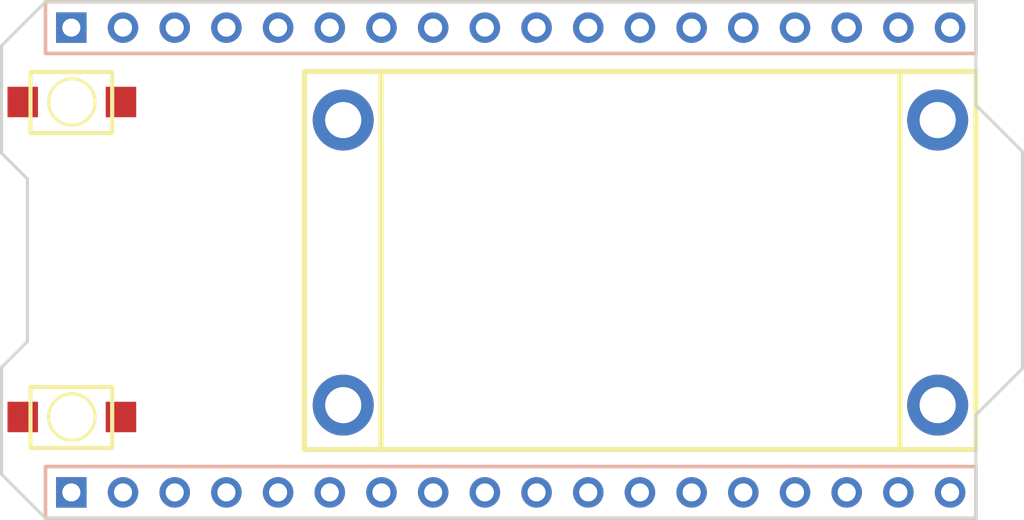
<source format=kicad_pcb>
(kicad_pcb (version 20221018) (generator pcbnew)
  (layers (0 "F.Cu" signal) (31 "B.Cu" signal) (34 "B.Paste" user) (35 "F.Paste" user) (36 "B.SilkS" user "B.Silkscreen") (37 "F.SilkS" user "F.Silkscreen") (38 "B.Mask" user) (39 "F.Mask" user) (44 "Edge.Cuts" user))
  (net 0 "")
  (net 1 "GND")
  (footprint "TACK_SWITCH_3x4x2_no_hole_1" (layer "F.Cu") (at 129.329 98.181)
    (fp_text reference "S2" hide)
    (fp_text value "BTN-0" hide)
    (fp_line (start -5.1816 -2.0066) (end -1.1684 -2.0066) (stroke (width 0.2032)) (layer "F.SilkS"))
    (fp_line (start -5.1816 0.9906) (end -5.1816 -2.0066) (stroke (width 0.2032)) (layer "F.SilkS"))
    (fp_line (start -5.1816 0.9906) (end -1.1684 0.9906) (stroke (width 0.2032)) (layer "F.SilkS"))
    (fp_line (start -1.1684 0.9906) (end -1.1684 -2.0066) (stroke (width 0.2032)) (layer "F.SilkS"))
    (fp_circle (center -3.1496 -0.5334) (end -2.0066 -0.5334) (stroke (width 0.1524)) (fill none) (layer "F.SilkS"))
    (pad "1" smd rect (at -5.5626 -0.5334) (size 1.4986 1.4986) (layers "F.Cu" "F.Paste" "F.Mask"))
    (pad "2" smd rect (at -0.7366 -0.5334) (size 1.4986 1.4986) (layers "F.Cu" "F.Paste" "F.Mask"))
  )
  (footprint "" (layer "F.Cu") (at 168.7244 98.5366)
    (fp_text reference "" (at 0 0) (layer "F.SilkS") (effects (font (size 1.27 1.27))))
    (fp_text value "" (at 0 0) (layer "F.SilkS") (effects (font (size 1.27 1.27))))
    (pad "" thru_hole circle (at 0 0) (size 2.9972 2.9972) (drill 1.778) (layers "*.Cu" "*.Mask") (net 1 "GND"))
  )
  (footprint "" (layer "F.Cu") (at 139.5144 112.5574)
    (fp_text reference "" (at 0 0) (layer "F.SilkS") (effects (font (size 1.27 1.27))))
    (fp_text value "" (at 0 0) (layer "F.SilkS") (effects (font (size 1.27 1.27))))
    (pad "" thru_hole circle (at 0 0) (size 2.9972 2.9972) (drill 1.778) (layers "*.Cu" "*.Mask") (net 1 "GND"))
  )
  (footprint "" (layer "F.Cu") (at 139.5144 98.5366)
    (fp_text reference "" (at 0 0) (layer "F.SilkS") (effects (font (size 1.27 1.27))))
    (fp_text value "" (at 0 0) (layer "F.SilkS") (effects (font (size 1.27 1.27))))
    (pad "" thru_hole circle (at 0 0) (size 2.9972 2.9972) (drill 1.778) (layers "*.Cu" "*.Mask") (net 1 "GND"))
  )
  (footprint "" (layer "F.Cu") (at 168.7244 112.5574)
    (fp_text reference "" (at 0 0) (layer "F.SilkS") (effects (font (size 1.27 1.27))))
    (fp_text value "" (at 0 0) (layer "F.SilkS") (effects (font (size 1.27 1.27))))
    (pad "" thru_hole circle (at 0 0) (size 2.9972 2.9972) (drill 1.778) (layers "*.Cu" "*.Mask") (net 1 "GND"))
  )
  (footprint "TACK_SWITCH_3x4x2_no_hole_1" (layer "F.Cu") (at 129.329 113.675)
    (fp_text reference "S1" hide)
    (fp_text value "RESET" hide)
    (fp_line (start -5.1816 -2.0066) (end -1.1684 -2.0066) (stroke (width 0.2032)) (layer "F.SilkS"))
    (fp_line (start -5.1816 0.9906) (end -5.1816 -2.0066) (stroke (width 0.2032)) (layer "F.SilkS"))
    (fp_line (start -5.1816 0.9906) (end -1.1684 0.9906) (stroke (width 0.2032)) (layer "F.SilkS"))
    (fp_line (start -1.1684 0.9906) (end -1.1684 -2.0066) (stroke (width 0.2032)) (layer "F.SilkS"))
    (fp_circle (center -3.1496 -0.5334) (end -2.0066 -0.5334) (stroke (width 0.1524)) (fill none) (layer "F.SilkS"))
    (pad "1" smd rect (at -5.5626 -0.5334) (size 1.4986 1.4986) (layers "F.Cu" "F.Paste" "F.Mask"))
    (pad "2" smd rect (at -0.7366 -0.5334) (size 1.4986 1.4986) (layers "F.Cu" "F.Paste" "F.Mask"))
  )
  (footprint "HDR1X18_1" (layer "B.Cu") (at 126.154 116.85 180)
    (fp_text reference "JP3" hide)
    (fp_text value "Header 18" hide)
    (fp_line (start -44.45 1.27) (end -44.45 -1.27) (stroke (width 0.1778)) (layer "B.SilkS"))
    (fp_line (start -0.635 -1.27) (end -44.45 -1.27) (stroke (width 0.1778)) (layer "B.SilkS"))
    (fp_line (start 1.27 -1.27) (end -0.635 -1.27) (stroke (width 0.1778)) (layer "B.SilkS"))
    (fp_line (start 1.27 1.27) (end -44.45 1.27) (stroke (width 0.1778)) (layer "B.SilkS"))
    (fp_line (start 1.27 1.27) (end 1.27 -1.27) (stroke (width 0.1778)) (layer "B.SilkS"))
    (pad "1" thru_hole rect (at 0 0 180) (size 1.4986 1.4986) (drill 0.889) (layers "*.Cu" "*.Mask"))
    (pad "2" thru_hole circle (at -2.54 0 180) (size 1.4986 1.4986) (drill 0.889) (layers "*.Cu" "*.Mask"))
    (pad "3" thru_hole circle (at -5.08 0 180) (size 1.4986 1.4986) (drill 0.889) (layers "*.Cu" "*.Mask"))
    (pad "4" thru_hole circle (at -7.62 0 180) (size 1.4986 1.4986) (drill 0.889) (layers "*.Cu" "*.Mask"))
    (pad "5" thru_hole circle (at -10.16 0 180) (size 1.4986 1.4986) (drill 0.889) (layers "*.Cu" "*.Mask"))
    (pad "6" thru_hole circle (at -12.7 0 180) (size 1.4986 1.4986) (drill 0.889) (layers "*.Cu" "*.Mask"))
    (pad "7" thru_hole circle (at -15.24 0 180) (size 1.4986 1.4986) (drill 0.889) (layers "*.Cu" "*.Mask"))
    (pad "8" thru_hole circle (at -17.78 0 180) (size 1.4986 1.4986) (drill 0.889) (layers "*.Cu" "*.Mask"))
    (pad "9" thru_hole circle (at -20.32 0 180) (size 1.4986 1.4986) (drill 0.889) (layers "*.Cu" "*.Mask"))
    (pad "10" thru_hole circle (at -22.86 0 180) (size 1.4986 1.4986) (drill 0.889) (layers "*.Cu" "*.Mask"))
    (pad "11" thru_hole circle (at -25.4 0 180) (size 1.4986 1.4986) (drill 0.889) (layers "*.Cu" "*.Mask"))
    (pad "12" thru_hole circle (at -27.94 0 180) (size 1.4986 1.4986) (drill 0.889) (layers "*.Cu" "*.Mask"))
    (pad "13" thru_hole circle (at -30.48 0 180) (size 1.4986 1.4986) (drill 0.889) (layers "*.Cu" "*.Mask"))
    (pad "14" thru_hole circle (at -33.02 0 180) (size 1.4986 1.4986) (drill 0.889) (layers "*.Cu" "*.Mask"))
    (pad "15" thru_hole circle (at -35.56 0 180) (size 1.4986 1.4986) (drill 0.889) (layers "*.Cu" "*.Mask"))
    (pad "16" thru_hole circle (at -38.1 0 180) (size 1.4986 1.4986) (drill 0.889) (layers "*.Cu" "*.Mask"))
    (pad "17" thru_hole circle (at -40.64 0 180) (size 1.4986 1.4986) (drill 0.889) (layers "*.Cu" "*.Mask"))
    (pad "18" thru_hole circle (at -43.18 0 180) (size 1.4986 1.4986) (drill 0.889) (layers "*.Cu" "*.Mask"))
  )
  (footprint "HDR1X18_1" (layer "B.Cu") (at 126.154 93.99 180)
    (fp_text reference "JP2" hide)
    (fp_text value "Header 18" hide)
    (fp_line (start -44.45 1.27) (end -44.45 -1.27) (stroke (width 0.1778)) (layer "B.SilkS"))
    (fp_line (start -0.635 -1.27) (end -44.45 -1.27) (stroke (width 0.1778)) (layer "B.SilkS"))
    (fp_line (start 1.27 -1.27) (end -0.635 -1.27) (stroke (width 0.1778)) (layer "B.SilkS"))
    (fp_line (start 1.27 1.27) (end -44.45 1.27) (stroke (width 0.1778)) (layer "B.SilkS"))
    (fp_line (start 1.27 1.27) (end 1.27 -1.27) (stroke (width 0.1778)) (layer "B.SilkS"))
    (pad "1" thru_hole rect (at 0 0 180) (size 1.4986 1.4986) (drill 0.889) (layers "*.Cu" "*.Mask"))
    (pad "2" thru_hole circle (at -2.54 0 180) (size 1.4986 1.4986) (drill 0.889) (layers "*.Cu" "*.Mask"))
    (pad "3" thru_hole circle (at -5.08 0 180) (size 1.4986 1.4986) (drill 0.889) (layers "*.Cu" "*.Mask"))
    (pad "4" thru_hole circle (at -7.62 0 180) (size 1.4986 1.4986) (drill 0.889) (layers "*.Cu" "*.Mask"))
    (pad "5" thru_hole circle (at -10.16 0 180) (size 1.4986 1.4986) (drill 0.889) (layers "*.Cu" "*.Mask"))
    (pad "6" thru_hole circle (at -12.7 0 180) (size 1.4986 1.4986) (drill 0.889) (layers "*.Cu" "*.Mask"))
    (pad "7" thru_hole circle (at -15.24 0 180) (size 1.4986 1.4986) (drill 0.889) (layers "*.Cu" "*.Mask"))
    (pad "8" thru_hole circle (at -17.78 0 180) (size 1.4986 1.4986) (drill 0.889) (layers "*.Cu" "*.Mask"))
    (pad "9" thru_hole circle (at -20.32 0 180) (size 1.4986 1.4986) (drill 0.889) (layers "*.Cu" "*.Mask"))
    (pad "10" thru_hole circle (at -22.86 0 180) (size 1.4986 1.4986) (drill 0.889) (layers "*.Cu" "*.Mask"))
    (pad "11" thru_hole circle (at -25.4 0 180) (size 1.4986 1.4986) (drill 0.889) (layers "*.Cu" "*.Mask"))
    (pad "12" thru_hole circle (at -27.94 0 180) (size 1.4986 1.4986) (drill 0.889) (layers "*.Cu" "*.Mask"))
    (pad "13" thru_hole circle (at -30.48 0 180) (size 1.4986 1.4986) (drill 0.889) (layers "*.Cu" "*.Mask"))
    (pad "14" thru_hole circle (at -33.02 0 180) (size 1.4986 1.4986) (drill 0.889) (layers "*.Cu" "*.Mask"))
    (pad "15" thru_hole circle (at -35.56 0 180) (size 1.4986 1.4986) (drill 0.889) (layers "*.Cu" "*.Mask"))
    (pad "16" thru_hole circle (at -38.1 0 180) (size 1.4986 1.4986) (drill 0.889) (layers "*.Cu" "*.Mask"))
    (pad "17" thru_hole circle (at -40.64 0 180) (size 1.4986 1.4986) (drill 0.889) (layers "*.Cu" "*.Mask"))
    (pad "18" thru_hole circle (at -43.18 0 180) (size 1.4986 1.4986) (drill 0.889) (layers "*.Cu" "*.Mask"))
  )
  (gr_line (start 137.6094 96.149) (end 170.604 96.149) (stroke (width 0.254)) (layer "F.SilkS"))
  (gr_line (start 166.8702 114.7418) (end 166.8702 96.149) (stroke (width 0.254)) (layer "F.SilkS"))
  (gr_line (start 141.3686 114.7418) (end 141.3686 96.149) (stroke (width 0.254)) (layer "F.SilkS"))
  (gr_line (start 137.6094 114.7418) (end 137.6094 96.149) (stroke (width 0.254)) (layer "F.SilkS"))
  (gr_line (start 170.604 114.7418) (end 170.604 96.149) (stroke (width 0.254)) (layer "F.SilkS"))
  (gr_line (start 137.6094 114.7418) (end 170.604 114.7418) (stroke (width 0.254)) (layer "F.SilkS"))
  (gr_line (start 170.604 113.04) (end 172.89 110.754) (stroke (width 0.1524)) (layer "Edge.Cuts"))
  (gr_line (start 122.725 94.879) (end 124.884 92.72) (stroke (width 0.1524)) (layer "Edge.Cuts"))
  (gr_line (start 170.604 118.12) (end 170.604 113.04) (stroke (width 0.1524)) (layer "Edge.Cuts"))
  (gr_line (start 122.725 115.961) (end 122.725 110.7032) (stroke (width 0.1524)) (layer "Edge.Cuts"))
  (gr_line (start 170.604 97.8) (end 172.89 100.086) (stroke (width 0.1524)) (layer "Edge.Cuts"))
  (gr_line (start 122.725 100.1622) (end 122.725 94.879) (stroke (width 0.1524)) (layer "Edge.Cuts"))
  (gr_line (start 124.884 118.12) (end 170.604 118.12) (stroke (width 0.1524)) (layer "Edge.Cuts"))
  (gr_line (start 170.604 97.8) (end 170.604 92.72) (stroke (width 0.1524)) (layer "Edge.Cuts"))
  (gr_line (start 122.725 115.961) (end 124.884 118.12) (stroke (width 0.1524)) (layer "Edge.Cuts"))
  (gr_line (start 123.995 109.4332) (end 123.995 101.4322) (stroke (width 0.1524)) (layer "Edge.Cuts"))
  (gr_line (start 172.89 110.754) (end 172.89 100.086) (stroke (width 0.1524)) (layer "Edge.Cuts"))
  (gr_line (start 122.725 100.1622) (end 123.995 101.4322) (stroke (width 0.1524)) (layer "Edge.Cuts"))
  (gr_line (start 124.884 92.72) (end 170.604 92.72) (stroke (width 0.1524)) (layer "Edge.Cuts"))
  (gr_line (start 122.725 110.7032) (end 123.995 109.4332) (stroke (width 0.1524)) (layer "Edge.Cuts"))
)
</source>
